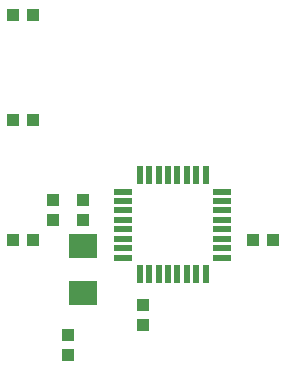
<source format=gbr>
G04 EAGLE Gerber RS-274X export*
G75*
%MOMM*%
%FSLAX34Y34*%
%LPD*%
%INSolderpaste Top*%
%IPPOS*%
%AMOC8*
5,1,8,0,0,1.08239X$1,22.5*%
G01*
%ADD10R,1.100000X1.000000*%
%ADD11R,1.000000X1.100000*%
%ADD12R,1.600000X0.550000*%
%ADD13R,0.550000X1.600000*%
%ADD14R,2.400000X2.000000*%


D10*
X321700Y241300D03*
X338700Y241300D03*
D11*
X177800Y258200D03*
X177800Y275200D03*
X152400Y258200D03*
X152400Y275200D03*
X165100Y160900D03*
X165100Y143900D03*
D10*
X228600Y186300D03*
X228600Y169300D03*
D11*
X118500Y431800D03*
X135500Y431800D03*
X118500Y342900D03*
X135500Y342900D03*
X118500Y241300D03*
X135500Y241300D03*
D12*
X212200Y282000D03*
X212200Y274000D03*
X212200Y266000D03*
X212200Y258000D03*
X212200Y250000D03*
X212200Y242000D03*
X212200Y234000D03*
X212200Y226000D03*
D13*
X226000Y212200D03*
X234000Y212200D03*
X242000Y212200D03*
X250000Y212200D03*
X258000Y212200D03*
X266000Y212200D03*
X274000Y212200D03*
X282000Y212200D03*
D12*
X295800Y226000D03*
X295800Y234000D03*
X295800Y242000D03*
X295800Y250000D03*
X295800Y258000D03*
X295800Y266000D03*
X295800Y274000D03*
X295800Y282000D03*
D13*
X282000Y295800D03*
X274000Y295800D03*
X266000Y295800D03*
X258000Y295800D03*
X250000Y295800D03*
X242000Y295800D03*
X234000Y295800D03*
X226000Y295800D03*
D14*
X177800Y195900D03*
X177800Y235900D03*
M02*

</source>
